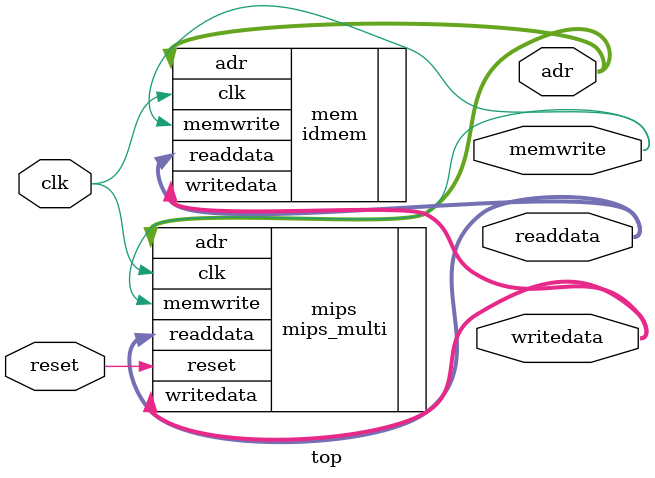
<source format=sv>
`timescale 1ns / 1ps


module top(input  logic        clk, reset,
            output logic [31:0] adr, writedata,
            output logic        memwrite,
            output  logic [31:0] readdata);
    mips_multi mips(.clk,.reset,.adr,.writedata,.memwrite,.readdata);
    idmem mem(.clk,.memwrite,.adr,.writedata,.readdata);
endmodule

</source>
